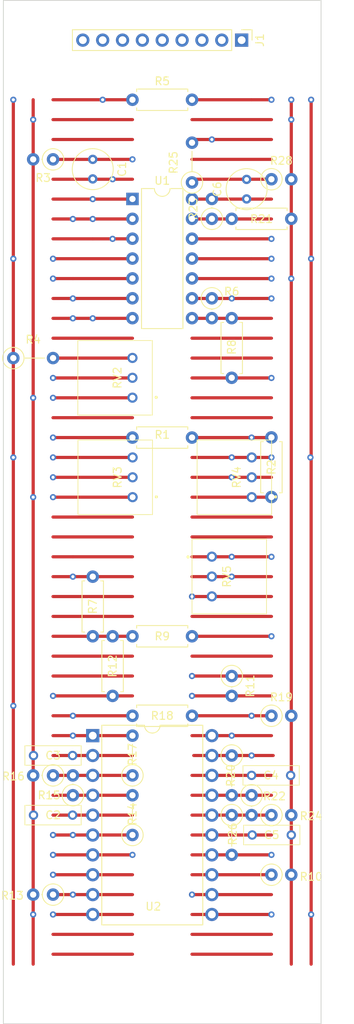
<source format=kicad_pcb>
(kicad_pcb (version 20211014) (generator pcbnew)
  (title_block (title "VCF-4P Prototype") (date "2022-03-27") (rev "1.0") (company "Len Popp") (comment 1 "Copyright © 2022 Len Popp CC BY") (comment 2 "4-pole lowpass VCF for Eurorack prototyping module"))
  (layers (0 "F.Cu" signal) (1 "In1.Cu" jumper "Wire1.Cu") (2 "In2.Cu" jumper "Wire2.Cu") (3 "In3.Cu" jumper "Wire3.Cu") (4 "In4.Cu" jumper "Wire4.Cu") (31 "B.Cu" signal) (34 "B.Paste" user) (35 "F.Paste" user) (36 "B.SilkS" user "B.Silkscreen") (37 "F.SilkS" user "F.Silkscreen") (38 "B.Mask" user) (39 "F.Mask" user) (44 "Edge.Cuts" user))
  (net 0 "")
  (net 1 "+12V")
  (net 2 "GND")
  (net 3 "-12V")
  (net 4 "Net-(C1-Pad2)")
  (net 5 "BUS-GATE")
  (net 6 "BUS-CV")
  (net 8 "IN-OUT-1")
  (net 9 "IN-OUT-2")
  (net 10 "Net-(C2-Pad1)")
  (net 11 "Net-(C3-Pad1)")
  (net 12 "Net-(C4-Pad1)")
  (net 13 "Net-(C5-Pad1)")
  (net 15 "Net-(R1-Pad2)")
  (net 16 "Net-(R2-Pad1)")
  (net 17 "Net-(R1-Pad1)")
  (net 18 "Net-(R12-Pad1)")
  (net 19 "Net-(R6-Pad2)")
  (net 20 "Net-(R7-Pad1)")
  (net 21 "Net-(R8-Pad2)")
  (net 22 "Net-(R10-Pad1)")
  (net 23 "Net-(R11-Pad1)")
  (net 24 "Net-(R12-Pad2)")
  (net 25 "Net-(R14-Pad2)")
  (net 26 "Net-(R15-Pad2)")
  (net 27 "Net-(R17-Pad2)")
  (net 28 "Net-(R18-Pad2)")
  (net 29 "Net-(R20-Pad2)")
  (net 30 "Net-(R21-Pad1)")
  (net 31 "Net-(R22-Pad2)")
  (net 32 "Net-(C6-Pad1)")
  (net 33 "Net-(R26-Pad2)")
  (net 34 "Net-(R11-Pad2)")
  (net 35 "Net-(R4-Pad2)")
  (net 36 "Net-(RV5-Pad3)")
  (net 37 "Net-(C6-Pad2)")
  (net 38 "Net-(RV2-Pad2)")
  (footprint "Connector_PinHeader_2.54mm:PinHeader_1x09_P2.54mm_Vertical" (layer "F.Cu") (at 113.03 43.18 -90)
    (fp_text reference "J1" (at 0 -2.33 90) (layer "F.SilkS"))
    (fp_text value "Conn_01x09")
    (pad "1" thru_hole rect locked (at 0 0 270) (size 1.7 1.7) (drill 1) (layers *.Cu *.Mask) (net 3 "-12V"))
    (pad "2" thru_hole oval locked (at 0 2.54 270) (size 1.7 1.7) (drill 1) (layers *.Cu *.Mask) (net 2 "GND"))
    (pad "3" thru_hole oval locked (at 0 5.08 270) (size 1.7 1.7) (drill 1) (layers *.Cu *.Mask) (net 9 "IN-OUT-2"))
    (pad "4" thru_hole oval locked (at 0 7.62 270) (size 1.7 1.7) (drill 1) (layers *.Cu *.Mask) (net 8 "IN-OUT-1"))
    (pad "5" thru_hole oval locked (at 0 10.16 270) (size 1.7 1.7) (drill 1) (layers *.Cu *.Mask) (net 1 "+12V"))
    (pad "6" thru_hole oval locked (at 0 12.7 270) (size 1.7 1.7) (drill 1) (layers *.Cu *.Mask))
    (pad "7" thru_hole oval locked (at 0 15.24 270) (size 1.7 1.7) (drill 1) (layers *.Cu *.Mask))
    (pad "8" thru_hole oval locked (at 0 17.78 270) (size 1.7 1.7) (drill 1) (layers *.Cu *.Mask) (net 6 "BUS-CV"))
    (pad "9" thru_hole oval locked (at 0 20.32 270) (size 1.7 1.7) (drill 1) (layers *.Cu *.Mask) (net 5 "BUS-GATE"))
  )
  (footprint "-lmp-misc:C_Rect_Kemet_L7.2mm_W2.5mm_P5mm" (layer "F.Cu") (at 91.4 134.62 180)
    (fp_text reference "C3" (at 2.5 0) (layer "F.SilkS"))
    (fp_text value "1N" hide)
    (pad "1" thru_hole circle locked (at 0 0 180) (size 1.2 1.2) (drill 0.7) (layers *.Cu *.Mask) (net 11 "Net-(C3-Pad1)"))
    (pad "2" thru_hole circle locked (at 5 0 180) (size 1.2 1.2) (drill 0.7) (layers *.Cu *.Mask) (net 2 "GND"))
  )
  (footprint "-lmp-stripboard:SB_Gen_2" (layer "F.Cu") (at 83.82 83.82)
    (fp_text reference "R4" (at 2.54 -2.37) (layer "F.SilkS"))
    (fp_text value "100K")
    (pad "1" thru_hole circle locked (at 0 0) (size 1.6 1.6) (drill 0.8) (layers *.Cu *.Mask) (net 1 "+12V"))
    (pad "2" thru_hole oval locked (at 5.08 0) (size 1.6 1.6) (drill 0.8) (layers *.Cu *.Mask) (net 35 "Net-(R4-Pad2)"))
  )
  (footprint "-lmp-stripboard:SB_Gen_1" (layer "F.Cu") (at 88.9 137.16 180)
    (fp_text reference "R16" (at 5.08 -0.127) (layer "F.SilkS"))
    (fp_text value "200R")
    (pad "1" thru_hole circle locked (at 0 0 180) (size 1.6 1.6) (drill 0.8) (layers *.Cu *.Mask) (net 26 "Net-(R15-Pad2)"))
    (pad "2" thru_hole oval locked (at 2.54 0 180) (size 1.6 1.6) (drill 0.8) (layers *.Cu *.Mask) (net 2 "GND"))
  )
  (footprint "-lmp-stripboard:SB_Gen_1" (layer "F.Cu") (at 116.84 60.96)
    (fp_text reference "R28" (at 1.27 -2.37) (layer "F.SilkS"))
    (fp_text value "100K")
    (pad "1" thru_hole circle locked (at 0 0) (size 1.6 1.6) (drill 0.8) (layers *.Cu *.Mask) (net 37 "Net-(C6-Pad2)"))
    (pad "2" thru_hole oval locked (at 2.54 0) (size 1.6 1.6) (drill 0.8) (layers *.Cu *.Mask) (net 2 "GND"))
  )
  (footprint "-lmp-misc:C_Radial_D5.0mm_H5.0mm_P2.50mm" (layer "F.Cu") (at 113.665 63.48 90)
    (fp_text reference "C6" (at 1.25 -3.75 90) (layer "F.SilkS"))
    (fp_text value "10U")
    (pad "1" thru_hole circle locked (at 0 0 90) (size 1.2 1.2) (drill 0.6) (layers *.Cu *.Mask) (net 32 "Net-(C6-Pad1)"))
    (pad "2" thru_hole circle locked (at 2.5 0 90) (size 1.2 1.2) (drill 0.6) (layers *.Cu *.Mask) (net 37 "Net-(C6-Pad2)"))
  )
  (footprint "-lmp-misc:R_Axial_DIN0207_L6.3mm_D2.5mm_P7.62mm_Horizontal" (layer "F.Cu") (at 99.06 119.38)
    (fp_text reference "R9" (at 3.81 0) (layer "F.SilkS"))
    (fp_text value "30K")
    (pad "1" thru_hole circle locked (at 0 0) (size 1.6 1.6) (drill 0.8) (layers *.Cu *.Mask) (net 18 "Net-(R12-Pad1)"))
    (pad "2" thru_hole oval locked (at 7.62 0) (size 1.6 1.6) (drill 0.8) (layers *.Cu *.Mask) (net 22 "Net-(R10-Pad1)"))
  )
  (footprint "Package_DIP:DIP-14_W7.62mm" (layer "F.Cu") (at 99.06 63.48)
    (fp_text reference "U1" (at 3.81 -2.33) (layer "F.SilkS"))
    (fp_text value "TL074")
    (pad "1" thru_hole rect (at 0 0) (size 1.6 1.6) (drill 0.8) (layers *.Cu *.Mask) (net 20 "Net-(R7-Pad1)"))
    (pad "2" thru_hole oval (at 0 2.54) (size 1.6 1.6) (drill 0.8) (layers *.Cu *.Mask) (net 20 "Net-(R7-Pad1)"))
    (pad "3" thru_hole oval (at 0 5.08) (size 1.6 1.6) (drill 0.8) (layers *.Cu *.Mask) (net 4 "Net-(C1-Pad2)"))
    (pad "4" thru_hole oval (at 0 7.62) (size 1.6 1.6) (drill 0.8) (layers *.Cu *.Mask) (net 1 "+12V"))
    (pad "5" thru_hole oval (at 0 10.16) (size 1.6 1.6) (drill 0.8) (layers *.Cu *.Mask) (net 38 "Net-(RV2-Pad2)"))
    (pad "6" thru_hole oval (at 0 12.7) (size 1.6 1.6) (drill 0.8) (layers *.Cu *.Mask) (net 23 "Net-(R11-Pad1)"))
    (pad "7" thru_hole oval (at 0 15.24) (size 1.6 1.6) (drill 0.8) (layers *.Cu *.Mask) (net 23 "Net-(R11-Pad1)"))
    (pad "8" thru_hole oval (at 7.62 15.24) (size 1.6 1.6) (drill 0.8) (layers *.Cu *.Mask) (net 19 "Net-(R6-Pad2)"))
    (pad "9" thru_hole oval (at 7.62 12.7) (size 1.6 1.6) (drill 0.8) (layers *.Cu *.Mask) (net 15 "Net-(R1-Pad2)"))
    (pad "10" thru_hole oval (at 7.62 10.16) (size 1.6 1.6) (drill 0.8) (layers *.Cu *.Mask) (net 2 "GND"))
    (pad "11" thru_hole oval (at 7.62 7.62) (size 1.6 1.6) (drill 0.8) (layers *.Cu *.Mask) (net 3 "-12V"))
    (pad "12" thru_hole oval (at 7.62 5.08) (size 1.6 1.6) (drill 0.8) (layers *.Cu *.Mask) (net 33 "Net-(R26-Pad2)"))
    (pad "13" thru_hole oval (at 7.62 2.54) (size 1.6 1.6) (drill 0.8) (layers *.Cu *.Mask) (net 30 "Net-(R21-Pad1)"))
    (pad "14" thru_hole oval (at 7.62 0) (size 1.6 1.6) (drill 0.8) (layers *.Cu *.Mask) (net 32 "Net-(C6-Pad1)"))
  )
  (footprint "-lmp-stripboard:SB_Gen_2" (layer "F.Cu") (at 106.68 61.37 90)
    (fp_text reference "R25" (at 2.54 -2.37 90) (layer "F.SilkS"))
    (fp_text value "1K")
    (pad "1" thru_hole circle locked (at 0 0 90) (size 1.6 1.6) (drill 0.8) (layers *.Cu *.Mask) (net 37 "Net-(C6-Pad2)"))
    (pad "2" thru_hole oval locked (at 5.08 0 90) (size 1.6 1.6) (drill 0.8) (layers *.Cu *.Mask) (net 9 "IN-OUT-2"))
  )
  (footprint "-lmp-misc:R_Axial_DIN0207_L6.3mm_D2.5mm_P7.62mm_Horizontal" (layer "F.Cu") (at 111.76 78.72 -90)
    (fp_text reference "R8" (at 3.703 0 90) (layer "F.SilkS"))
    (fp_text value "47K")
    (pad "1" thru_hole circle locked (at 0 0 270) (size 1.6 1.6) (drill 0.8) (layers *.Cu *.Mask) (net 19 "Net-(R6-Pad2)"))
    (pad "2" thru_hole oval locked (at 7.62 0 270) (size 1.6 1.6) (drill 0.8) (layers *.Cu *.Mask) (net 21 "Net-(R8-Pad2)"))
  )
  (footprint "-lmp-misc:R_Axial_DIN0207_L6.3mm_D2.5mm_P7.62mm_Horizontal" (layer "F.Cu") (at 116.84 101.58 90)
    (fp_text reference "R2" (at 3.81 0 90) (layer "F.SilkS"))
    (fp_text value "160K")
    (pad "1" thru_hole circle locked (at 0 0 90) (size 1.6 1.6) (drill 0.8) (layers *.Cu *.Mask) (net 16 "Net-(R2-Pad1)"))
    (pad "2" thru_hole oval locked (at 7.62 0 90) (size 1.6 1.6) (drill 0.8) (layers *.Cu *.Mask) (net 15 "Net-(R1-Pad2)"))
  )
  (footprint "-lmp-misc:Potentiometer_Bourns_3310R_Top" (layer "F.Cu") (at 97.135 86.34 -90)
    (fp_text reference "RV2" (at 0 0 90) (layer "F.SilkS"))
    (fp_text value "100K" hide)
    (pad "1" thru_hole circle (at 2.54 -1.925 270) (size 1.302857 1.302857) (drill 0.76) (layers *.Cu *.Mask) (net 2 "GND"))
    (pad "2" thru_hole circle (at 0 -1.925 270) (size 1.302857 1.302857) (drill 0.76) (layers *.Cu *.Mask) (net 38 "Net-(RV2-Pad2)"))
    (pad "3" thru_hole circle (at -2.54 -1.925 270) (size 1.302857 1.302857) (drill 0.76) (layers *.Cu *.Mask) (net 35 "Net-(R4-Pad2)"))
  )
  (footprint "-lmp-stripboard:SB_Gen_1" (layer "F.Cu") (at 109.22 66.02 90)
    (fp_text reference "R23" (at 1.27 -2.37 90) (layer "F.SilkS"))
    (fp_text value "160K")
    (pad "1" thru_hole circle locked (at 0 0 90) (size 1.6 1.6) (drill 0.8) (layers *.Cu *.Mask) (net 30 "Net-(R21-Pad1)"))
    (pad "2" thru_hole oval locked (at 2.54 0 90) (size 1.6 1.6) (drill 0.8) (layers *.Cu *.Mask) (net 32 "Net-(C6-Pad1)"))
  )
  (footprint "-lmp-misc:R_Axial_DIN0207_L6.3mm_D2.5mm_P7.62mm_Horizontal" (layer "F.Cu") (at 99.06 50.8)
    (fp_text reference "R5" (at 3.81 -2.37) (layer "F.SilkS"))
    (fp_text value "100K")
    (pad "1" thru_hole circle locked (at 0 0) (size 1.6 1.6) (drill 0.8) (layers *.Cu *.Mask) (net 6 "BUS-CV"))
    (pad "2" thru_hole oval locked (at 7.62 0) (size 1.6 1.6) (drill 0.8) (layers *.Cu *.Mask) (net 15 "Net-(R1-Pad2)"))
  )
  (footprint "-lmp-stripboard:SB_Gen_1" (layer "F.Cu") (at 111.76 124.46 -90)
    (fp_text reference "R11" (at 1.27 -2.37 90) (layer "F.SilkS"))
    (fp_text value "20K")
    (pad "1" thru_hole circle locked (at 0 0 270) (size 1.6 1.6) (drill 0.8) (layers *.Cu *.Mask) (net 23 "Net-(R11-Pad1)"))
    (pad "2" thru_hole oval locked (at 2.54 0 270) (size 1.6 1.6) (drill 0.8) (layers *.Cu *.Mask) (net 34 "Net-(R11-Pad2)"))
  )
  (footprint "-lmp-stripboard:SB_Gen_1" (layer "F.Cu") (at 109.22 76.18 -90)
    (fp_text reference "R6" (at -0.869 -2.54 180) (layer "F.SilkS"))
    (fp_text value "100K")
    (pad "1" thru_hole circle locked (at 0 0 270) (size 1.6 1.6) (drill 0.8) (layers *.Cu *.Mask) (net 15 "Net-(R1-Pad2)"))
    (pad "2" thru_hole oval locked (at 2.54 0 270) (size 1.6 1.6) (drill 0.8) (layers *.Cu *.Mask) (net 19 "Net-(R6-Pad2)"))
  )
  (footprint "-lmp-misc:C_Rect_Kemet_L7.2mm_W2.5mm_P5mm" (layer "F.Cu") (at 114.3 137.16)
    (fp_text reference "C4" (at 2.5 0) (layer "F.SilkS"))
    (fp_text value "1N" hide)
    (pad "1" thru_hole circle locked (at 0 0) (size 1.2 1.2) (drill 0.7) (layers *.Cu *.Mask) (net 12 "Net-(C4-Pad1)"))
    (pad "2" thru_hole circle locked (at 5 0) (size 1.2 1.2) (drill 0.7) (layers *.Cu *.Mask) (net 2 "GND"))
  )
  (footprint "-lmp-stripboard:SB_Gen_1" (layer "F.Cu") (at 114.3 139.7 -90)
    (fp_text reference "R22" (at 0.127 -2.921 180) (layer "F.SilkS"))
    (fp_text value "10K")
    (pad "1" thru_hole circle locked (at 0 0 270) (size 1.6 1.6) (drill 0.8) (layers *.Cu *.Mask) (net 29 "Net-(R20-Pad2)"))
    (pad "2" thru_hole oval locked (at 2.54 0 270) (size 1.6 1.6) (drill 0.8) (layers *.Cu *.Mask) (net 31 "Net-(R22-Pad2)"))
  )
  (footprint "-lmp-stripboard:SB_Gen_1" (layer "F.Cu") (at 91.44 139.7 90)
    (fp_text reference "R15" (at 0 -3.048 180) (layer "F.SilkS"))
    (fp_text value "10K")
    (pad "1" thru_hole circle locked (at 0 0 90) (size 1.6 1.6) (drill 0.8) (layers *.Cu *.Mask) (net 25 "Net-(R14-Pad2)"))
    (pad "2" thru_hole oval locked (at 2.54 0 90) (size 1.6 1.6) (drill 0.8) (layers *.Cu *.Mask) (net 26 "Net-(R15-Pad2)"))
  )
  (footprint "-lmp-breakout:Breakout_DIP-20_W15.24mm" (layer "F.Cu") (at 93.98 132.08)
    (fp_text reference "U2" (at 7.747 21.844) (layer "F.SilkS"))
    (fp_text value "SSI2140")
    (pad "1" thru_hole rect (at 0 0) (size 1.7 1.7) (drill 1) (layers *.Cu *.Mask) (net 27 "Net-(R17-Pad2)"))
    (pad "2" thru_hole circle (at 0 2.54) (size 1.7 1.7) (drill 1) (layers *.Cu *.Mask) (net 11 "Net-(C3-Pad1)"))
    (pad "3" thru_hole circle (at 0 5.08) (size 1.7 1.7) (drill 1) (layers *.Cu *.Mask) (net 26 "Net-(R15-Pad2)"))
    (pad "4" thru_hole circle (at 0 7.62) (size 1.7 1.7) (drill 1) (layers *.Cu *.Mask) (net 25 "Net-(R14-Pad2)"))
    (pad "5" thru_hole circle (at 0 10.16) (size 1.7 1.7) (drill 1) (layers *.Cu *.Mask) (net 10 "Net-(C2-Pad1)"))
    (pad "6" thru_hole circle (at 0 12.7) (size 1.7 1.7) (drill 1) (layers *.Cu *.Mask) (net 24 "Net-(R12-Pad2)"))
    (pad "7" thru_hole circle (at 0 15.24) (size 1.7 1.7) (drill 1) (layers *.Cu *.Mask) (net 36 "Net-(RV5-Pad3)"))
    (pad "8" thru_hole circle (at 0 17.78) (size 1.7 1.7) (drill 1) (layers *.Cu *.Mask) (net 36 "Net-(RV5-Pad3)"))
    (pad "9" thru_hole circle (at 0 20.32) (size 1.7 1.7) (drill 1) (layers *.Cu *.Mask) (net 24 "Net-(R12-Pad2)"))
    (pad "10" thru_hole circle (at 0 22.86) (size 1.7 1.7) (drill 1) (layers *.Cu *.Mask) (net 2 "GND"))
    (pad "11" thru_hole circle (at 15.24 22.86) (size 1.7 1.7) (drill 1) (layers *.Cu *.Mask) (net 3 "-12V"))
    (pad "12" thru_hole circle (at 15.24 20.32) (size 1.7 1.7) (drill 1) (layers *.Cu *.Mask) (net 34 "Net-(R11-Pad2)"))
    (pad "13" thru_hole circle (at 15.24 17.78) (size 1.7 1.7) (drill 1) (layers *.Cu *.Mask) (net 22 "Net-(R10-Pad1)"))
    (pad "14" thru_hole circle (at 15.24 15.24) (size 1.7 1.7) (drill 1) (layers *.Cu *.Mask) (net 33 "Net-(R26-Pad2)"))
    (pad "15" thru_hole circle (at 15.24 12.7) (size 1.7 1.7) (drill 1) (layers *.Cu *.Mask) (net 13 "Net-(C5-Pad1)"))
    (pad "16" thru_hole circle (at 15.24 10.16) (size 1.7 1.7) (drill 1) (layers *.Cu *.Mask) (net 31 "Net-(R22-Pad2)"))
    (pad "17" thru_hole circle (at 15.24 7.62) (size 1.7 1.7) (drill 1) (layers *.Cu *.Mask) (net 29 "Net-(R20-Pad2)"))
    (pad "18" thru_hole circle (at 15.24 5.08) (size 1.7 1.7) (drill 1) (layers *.Cu *.Mask) (net 12 "Net-(C4-Pad1)"))
    (pad "19" thru_hole circle (at 15.24 2.54) (size 1.7 1.7) (drill 1) (layers *.Cu *.Mask) (net 28 "Net-(R18-Pad2)"))
    (pad "20" thru_hole circle (at 15.24 0) (size 1.7 1.7) (drill 1) (layers *.Cu *.Mask) (net 1 "+12V"))
  )
  (footprint "-lmp-misc:Potentiometer_Bourns_3310R_Top" (layer "F.Cu") (at 111.145 111.74 90)
    (fp_text reference "RV5" (at 0 0 90) (layer "F.SilkS"))
    (fp_text value "10K" hide)
    (pad "1" thru_hole circle (at 2.54 -1.925 90) (size 1.302857 1.302857) (drill 0.76) (layers *.Cu *.Mask) (net 21 "Net-(R8-Pad2)"))
    (pad "2" thru_hole circle (at 0 -1.925 90) (size 1.302857 1.302857) (drill 0.76) (layers *.Cu *.Mask) (net 21 "Net-(R8-Pad2)"))
    (pad "3" thru_hole circle (at -2.54 -1.925 90) (size 1.302857 1.302857) (drill 0.76) (layers *.Cu *.Mask) (net 36 "Net-(RV5-Pad3)"))
  )
  (footprint "-lmp-stripboard:SB_Gen_1" (layer "F.Cu") (at 88.9 152.4 180)
    (fp_text reference "R13" (at 5.207 -0.127) (layer "F.SilkS"))
    (fp_text value "200R")
    (pad "1" thru_hole circle locked (at 0 0 180) (size 1.6 1.6) (drill 0.8) (layers *.Cu *.Mask) (net 24 "Net-(R12-Pad2)"))
    (pad "2" thru_hole oval locked (at 2.54 0 180) (size 1.6 1.6) (drill 0.8) (layers *.Cu *.Mask) (net 2 "GND"))
  )
  (footprint "-lmp-stripboard:SB_Gen_1" (layer "F.Cu") (at 116.84 142.24)
    (fp_text reference "R24" (at 5.08 0.127) (layer "F.SilkS"))
    (fp_text value "200R")
    (pad "1" thru_hole circle locked (at 0 0) (size 1.6 1.6) (drill 0.8) (layers *.Cu *.Mask) (net 31 "Net-(R22-Pad2)"))
    (pad "2" thru_hole oval locked (at 2.54 0) (size 1.6 1.6) (drill 0.8) (layers *.Cu *.Mask) (net 2 "GND"))
  )
  (footprint "-lmp-stripboard:SB_Gen_2" (layer "F.Cu") (at 111.76 134.62 -90)
    (fp_text reference "R20" (at 2.54 0.127 90) (layer "F.SilkS"))
    (fp_text value "10K")
    (pad "1" thru_hole circle locked (at 0 0 270) (size 1.6 1.6) (drill 0.8) (layers *.Cu *.Mask) (net 28 "Net-(R18-Pad2)"))
    (pad "2" thru_hole oval locked (at 5.08 0 270) (size 1.6 1.6) (drill 0.8) (layers *.Cu *.Mask) (net 29 "Net-(R20-Pad2)"))
  )
  (footprint "-lmp-stripboard:SB_Gen_2" (layer "F.Cu") (at 99.06 137.16 90)
    (fp_text reference "R17" (at 2.675 0 90) (layer "F.SilkS"))
    (fp_text value "10K")
    (pad "1" thru_hole circle locked (at 0 0 90) (size 1.6 1.6) (drill 0.8) (layers *.Cu *.Mask) (net 26 "Net-(R15-Pad2)"))
    (pad "2" thru_hole oval locked (at 5.08 0 90) (size 1.6 1.6) (drill 0.8) (layers *.Cu *.Mask) (net 27 "Net-(R17-Pad2)"))
  )
  (footprint "-lmp-misc:C_Rect_Kemet_L7.2mm_W2.5mm_P5mm" (layer "F.Cu") (at 114.38 144.78)
    (fp_text reference "C5" (at 2.5 0) (layer "F.SilkS"))
    (fp_text value "1N" hide)
    (pad "1" thru_hole circle locked (at 0 0) (size 1.2 1.2) (drill 0.7) (layers *.Cu *.Mask) (net 13 "Net-(C5-Pad1)"))
    (pad "2" thru_hole circle locked (at 5 0) (size 1.2 1.2) (drill 0.7) (layers *.Cu *.Mask) (net 2 "GND"))
  )
  (footprint "-lmp-stripboard:SB_Gen_1" (layer "F.Cu") (at 116.84 149.86)
    (fp_text reference "R10" (at 5.08 0.254) (layer "F.SilkS"))
    (fp_text value "1K")
    (pad "1" thru_hole circle locked (at 0 0) (size 1.6 1.6) (drill 0.8) (layers *.Cu *.Mask) (net 22 "Net-(R10-Pad1)"))
    (pad "2" thru_hole oval locked (at 2.54 0) (size 1.6 1.6) (drill 0.8) (layers *.Cu *.Mask) (net 2 "GND"))
  )
  (footprint "-lmp-stripboard:SB_Gen_1" (layer "F.Cu") (at 116.84 129.54)
    (fp_text reference "R19" (at 1.27 -2.37) (layer "F.SilkS"))
    (fp_text value "200R")
    (pad "1" thru_hole circle locked (at 0 0) (size 1.6 1.6) (drill 0.8) (layers *.Cu *.Mask) (net 28 "Net-(R18-Pad2)"))
    (pad "2" thru_hole oval locked (at 2.54 0) (size 1.6 1.6) (drill 0.8) (layers *.Cu *.Mask) (net 2 "GND"))
  )
  (footprint "-lmp-stripboard:SB_Gen_2" (layer "F.Cu") (at 99.06 144.78 90)
    (fp_text reference "R14" (at 2.675 0 90) (layer "F.SilkS"))
    (fp_text value "10K")
    (pad "1" thru_hole circle locked (at 0 0 90) (size 1.6 1.6) (drill 0.8) (layers *.Cu *.Mask) (net 24 "Net-(R12-Pad2)"))
    (pad "2" thru_hole oval locked (at 5.08 0 90) (size 1.6 1.6) (drill 0.8) (layers *.Cu *.Mask) (net 25 "Net-(R14-Pad2)"))
  )
  (footprint "-lmp-misc:C_Rect_Kemet_L7.2mm_W2.5mm_P5mm" (layer "F.Cu") (at 91.4 142.24 180)
    (fp_text reference "C2" (at 2.5 0) (layer "F.SilkS"))
    (fp_text value "1N" hide)
    (pad "1" thru_hole circle locked (at 0 0 180) (size 1.2 1.2) (drill 0.7) (layers *.Cu *.Mask) (net 10 "Net-(C2-Pad1)"))
    (pad "2" thru_hole circle locked (at 5 0 180) (size 1.2 1.2) (drill 0.7) (layers *.Cu *.Mask) (net 2 "GND"))
  )
  (footprint "-lmp-misc:Potentiometer_Bourns_3310R_Top" (layer "F.Cu") (at 97.155 99.06 -90)
    (fp_text reference "RV3" (at 0 0 90) (layer "F.SilkS"))
    (fp_text value "100K" hide)
    (pad "1" thru_hole circle (at 2.54 -1.925 270) (size 1.302857 1.302857) (drill 0.76) (layers *.Cu *.Mask) (net 2 "GND"))
    (pad "2" thru_hole circle (at 0 -1.925 270) (size 1.302857 1.302857) (drill 0.76) (layers *.Cu *.Mask) (net 17 "Net-(R1-Pad1)"))
    (pad "3" thru_hole circle (at -2.54 -1.925 270) (size 1.302857 1.302857) (drill 0.76) (layers *.Cu *.Mask) (net 1 "+12V"))
  )
  (footprint "-lmp-misc:Potentiometer_Bourns_3310R_Top" (layer "F.Cu") (at 112.395 99.06 -90)
    (fp_text reference "RV4" (at 0 0 90) (layer "F.SilkS"))
    (fp_text value "10K" hide)
    (pad "1" thru_hole circle (at 2.54 -1.925 270) (size 1.302857 1.302857) (drill 0.76) (layers *.Cu *.Mask) (net 16 "Net-(R2-Pad1)"))
    (pad "2" thru_hole circle (at 0 -1.925 270) (size 1.302857 1.302857) (drill 0.76) (layers *.Cu *.Mask) (net 3 "-12V"))
    (pad "3" thru_hole circle (at -2.54 -1.925 270) (size 1.302857 1.302857) (drill 0.76) (layers *.Cu *.Mask) (net 3 "-12V"))
  )
  (footprint "-lmp-misc:R_Axial_DIN0207_L6.3mm_D2.5mm_P7.62mm_Horizontal" (layer "F.Cu") (at 96.52 119.38 -90)
    (fp_text reference "R12" (at 3.81 0 90) (layer "F.SilkS"))
    (fp_text value "10K")
    (pad "1" thru_hole circle locked (at 0 0 270) (size 1.6 1.6) (drill 0.8) (layers *.Cu *.Mask) (net 18 "Net-(R12-Pad1)"))
    (pad "2" thru_hole oval locked (at 7.62 0 270) (size 1.6 1.6) (drill 0.8) (layers *.Cu *.Mask) (net 24 "Net-(R12-Pad2)"))
  )
  (footprint "-lmp-misc:R_Axial_DIN0207_L6.3mm_D2.5mm_P7.62mm_Horizontal" (layer "F.Cu") (at 93.98 111.76 -90)
    (fp_text reference "R7" (at 3.81 0 90) (layer "F.SilkS"))
    (fp_text value "36K")
    (pad "1" thru_hole circle locked (at 0 0 270) (size 1.6 1.6) (drill 0.8) (layers *.Cu *.Mask) (net 20 "Net-(R7-Pad1)"))
    (pad "2" thru_hole oval locked (at 7.62 0 270) (size 1.6 1.6) (drill 0.8) (layers *.Cu *.Mask) (net 18 "Net-(R12-Pad1)"))
  )
  (footprint "-lmp-misc:R_Axial_DIN0207_L6.3mm_D2.5mm_P7.62mm_Horizontal" (layer "F.Cu") (at 111.76 66.02)
    (fp_text reference "R21" (at 3.81 0.02) (layer "F.SilkS"))
    (fp_text value "30K")
    (pad "1" thru_hole circle locked (at 0 0) (size 1.6 1.6) (drill 0.8) (layers *.Cu *.Mask) (net 30 "Net-(R21-Pad1)"))
    (pad "2" thru_hole oval locked (at 7.62 0) (size 1.6 1.6) (drill 0.8) (layers *.Cu *.Mask) (net 2 "GND"))
  )
  (footprint "-lmp-misc:C_Radial_D5.0mm_H5.0mm_P2.50mm" (layer "F.Cu") (at 93.98 58.42 -90)
    (fp_text reference "C1" (at 1.25 -3.75 90) (layer "F.SilkS"))
    (fp_text value "10U")
    (pad "1" thru_hole circle locked (at 0 0 270) (size 1.2 1.2) (drill 0.6) (layers *.Cu *.Mask) (net 8 "IN-OUT-1"))
    (pad "2" thru_hole circle locked (at 2.5 0 270) (size 1.2 1.2) (drill 0.6) (layers *.Cu *.Mask) (net 4 "Net-(C1-Pad2)"))
  )
  (footprint "-lmp-stripboard:SB_Gen_2" (layer "F.Cu") (at 111.76 142.24 -90)
    (fp_text reference "R26" (at 2.413 -0.127 90) (layer "F.SilkS"))
    (fp_text value "10K")
    (pad "1" thru_hole circle locked (at 0 0 270) (size 1.6 1.6) (drill 0.8) (layers *.Cu *.Mask) (net 31 "Net-(R22-Pad2)"))
    (pad "2" thru_hole oval locked (at 5.08 0 270) (size 1.6 1.6) (drill 0.8) (layers *.Cu *.Mask) (net 33 "Net-(R26-Pad2)"))
  )
  (footprint "-lmp-misc:R_Axial_DIN0207_L6.3mm_D2.5mm_P7.62mm_Horizontal" (layer "F.Cu") (at 99.06 129.54)
    (fp_text reference "R18" (at 3.81 0) (layer "F.SilkS"))
    (fp_text value "10K")
    (pad "1" thru_hole circle locked (at 0 0) (size 1.6 1.6) (drill 0.8) (layers *.Cu *.Mask) (net 27 "Net-(R17-Pad2)"))
    (pad "2" thru_hole oval locked (at 7.62 0) (size 1.6 1.6) (drill 0.8) (layers *.Cu *.Mask) (net 28 "Net-(R18-Pad2)"))
  )
  (footprint "-lmp-misc:R_Axial_DIN0207_L6.3mm_D2.5mm_P7.62mm_Horizontal" (layer "F.Cu") (at 99.06 93.98)
    (fp_text reference "R1" (at 3.81 -0.361) (layer "F.SilkS"))
    (fp_text value "100K")
    (pad "1" thru_hole circle locked (at 0 0) (size 1.6 1.6) (drill 0.8) (layers *.Cu *.Mask) (net 17 "Net-(R1-Pad1)"))
    (pad "2" thru_hole oval locked (at 7.62 0) (size 1.6 1.6) (drill 0.8) (layers *.Cu *.Mask) (net 15 "Net-(R1-Pad2)"))
  )
  (footprint "-lmp-stripboard:SB_Gen_1" (layer "F.Cu") (at 88.9 58.42 180)
    (fp_text reference "R3" (at 1.27 -2.37) (layer "F.SilkS"))
    (fp_text value "100K")
    (pad "1" thru_hole circle locked (at 0 0 180) (size 1.6 1.6) (drill 0.8) (layers *.Cu *.Mask) (net 8 "IN-OUT-1"))
    (pad "2" thru_hole oval locked (at 2.54 0 180) (size 1.6 1.6) (drill 0.8) (layers *.Cu *.Mask) (net 2 "GND"))
  )
  (gr_line (start 123.19 168.91) (end 82.55 168.91) (layer "Edge.Cuts") (width 0.1))
  (gr_line (start 123.19 38.1) (end 123.19 168.91) (layer "Edge.Cuts") (width 0.1))
  (gr_line (start 82.55 168.91) (end 82.55 38.1) (layer "Edge.Cuts") (width 0.1))
  (gr_line (start 82.55 38.1) (end 123.19 38.1) (layer "Edge.Cuts") (width 0.1))
  (segment (start 99.06 104.14) (end 88.9 104.14) (width 0.4064) (layer "F.Cu") (net 0))
  (segment (start 116.84 104.14) (end 106.68 104.14) (width 0.4064) (layer "F.Cu") (net 0))
  (segment (start 99.06 81.28) (end 88.9 81.28) (width 0.4064) (layer "F.Cu") (net 0))
  (segment (start 99.06 53.34) (end 88.9 53.34) (width 0.4064) (layer "F.Cu") (net 0))
  (segment (start 99.06 114.3) (end 88.9 114.3) (width 0.4064) (layer "F.Cu") (net 0))
  (segment (start 99.06 116.84) (end 88.9 116.84) (width 0.4064) (layer "F.Cu") (net 0))
  (segment (start 99.06 109.22) (end 91.44 109.22) (width 0.4064) (layer "F.Cu") (net 0))
  (segment (start 116.84 91.44) (end 106.68 91.44) (width 0.4064) (layer "F.Cu") (net 0))
  (segment (start 99.06 55.88) (end 88.9 55.88) (width 0.4064) (layer "F.Cu") (net 0))
  (segment (start 116.84 106.68) (end 106.68 106.68) (width 0.4064) (layer "F.Cu") (net 0))
  (segment (start 99.06 106.68) (end 88.9 106.68) (width 0.4064) (layer "F.Cu") (net 0))
  (segment (start 99.06 91.44) (end 88.9 91.44) (width 0.4064) (layer "F.Cu") (net 0))
  (segment (start 116.84 53.34) (end 106.68 53.34) (width 0.4064) (layer "F.Cu") (net 0))
  (segment (start 116.84 58.42) (end 106.68 58.42) (width 0.4064) (layer "F.Cu") (net 0))
  (segment (start 116.84 83.82) (end 106.68 83.82) (width 0.4064) (layer "F.Cu") (net 0))
  (segment (start 116.84 116.84) (end 106.68 116.84) (width 0.4064) (layer "F.Cu") (net 0))
  (segment (start 116.84 81.28) (end 106.68 81.28) (width 0.4064) (layer "F.Cu") (net 0))
  (segment (start 116.84 88.9) (end 106.68 88.9) (width 0.4064) (layer "F.Cu") (net 0))
  (segment (start 99.06 121.92) (end 88.9 121.92) (width 0.4064) (layer "F.Cu") (net 0))
  (segment (start 99.06 124.46) (end 88.9 124.46) (width 0.4064) (layer "F.Cu") (net 0))
  (segment (start 99.06 157.48) (end 88.9 157.48) (width 0.4064) (layer "F.Cu") (net 0))
  (segment (start 99.06 160.02) (end 88.9 160.02) (width 0.4064) (layer "F.Cu") (net 0))
  (segment (start 116.84 160.02) (end 106.68 160.02) (width 0.4064) (layer "F.Cu") (net 0))
  (segment (start 116.84 157.48) (end 106.68 157.48) (width 0.4064) (layer "F.Cu") (net 0))
  (segment (start 116.84 121.92) (end 106.68 121.92) (width 0.4064) (layer "F.Cu") (net 0))
  (segment (start 91.44 109.22) (end 88.9 109.22) (width 0.4064) (layer "F.Cu") (net 0))
  (segment (start 99.06 96.52) (end 88.9 96.52) (width 0.4064) (layer "F.Cu") (net 1))
  (segment (start 99.06 71.12) (end 88.9 71.12) (width 0.4064) (layer "F.Cu") (net 1))
  (segment (start 116.84 132.08) (end 114.3 132.08) (width 0.4064) (layer "F.Cu") (net 1))
  (segment (start 83.82 83.82) (end 83.82 96.52) (width 0.4064) (layer "F.Cu") (net 1))
  (segment (start 83.82 128.27) (end 83.82 161.29) (width 0.4064) (layer "F.Cu") (net 1))
  (segment (start 83.82 96.52) (end 83.82 128.27) (width 0.4064) (layer "F.Cu") (net 1))
  (segment (start 83.82 71.12) (end 83.82 83.82) (width 0.4064) (layer "F.Cu") (net 1))
  (segment (start 114.3 132.08) (end 106.68 132.08) (width 0.4064) (layer "F.Cu") (net 1))
  (segment (start 83.82 50.8) (end 83.82 71.12) (width 0.4064) (layer "F.Cu") (net 1))
  (via (at 83.82 50.8) (size 0.8) (drill 0.4) (layers "F.Cu" "B.Cu") (net 1))
  (via (at 83.82 128.27) (size 0.8) (drill 0.4) (layers "F.Cu" "B.Cu") (net 1))
  (via (at 111.76 132.08) (size 0.8) (drill 0.4) (layers "F.Cu" "B.Cu") (net 1))
  (via (at 83.82 71.12) (size 0.8) (drill 0.4) (layers "F.Cu" "B.Cu") (net 1))
  (via (at 83.82 96.52) (size 0.8) (drill 0.4) (layers "F.Cu" "B.Cu") (net 1))
  (via (at 88.9 96.52) (size 0.8) (drill 0.4) (layers "F.Cu" "B.Cu") (net 1))
  (via (at 88.9 71.12) (size 0.8) (drill 0.4) (layers "F.Cu" "B.Cu") (net 1))
  (segment (start 99.06 88.9) (end 88.9 88.9) (width 0.4064) (layer "F.Cu") (net 2))
  (segment (start 99.06 101.6) (end 88.9 101.6) (width 0.4064) (layer "F.Cu") (net 2))
  (segment (start 116.84 73.66) (end 106.68 73.66) (width 0.4064) (layer "F.Cu") (net 2))
  (segment (start 86.36 88.9) (end 86.36 101.6) (width 0.4064) (layer "F.Cu") (net 2))
  (segment (start 119.38 53.34) (end 119.38 73.66) (width 0.4064) (layer "F.Cu") (net 2))
  (segment (start 86.36 154.94) (end 86.36 161.29) (width 0.4064) (layer "F.Cu") (net 2))
  (segment (start 119.38 50.76) (end 119.38 50.8) (width 0.4064) (layer "F.Cu") (net 2))
  (segment (start 99.06 154.94) (end 88.9 154.94) (width 0.4064) (layer "F.Cu") (net 2))
  (segment (start 86.36 101.6) (end 86.36 154.94) (width 0.4064) (layer "F.Cu") (net 2))
  (segment (start 86.36 73.66) (end 86.36 88.9) (width 0.4064) (layer "F.Cu") (net 2))
  (segment (start 119.38 73.66) (end 119.38 161.29) (width 0.4064) (layer "F.Cu") (net 2))
  (segment (start 119.38 50.8) (end 119.38 53.34) (width 0.4064) (layer "F.Cu") (net 2))
  (segment (start 86.36 50.8) (end 86.36 73.66) (width 0.4064) (layer "F.Cu") (net 2))
  (via (at 86.36 88.9) (size 0.8) (drill 0.4) (layers "F.Cu" "B.Cu") (net 2))
  (via (at 116.84 73.66) (size 0.8) (drill 0.4) (layers "F.Cu" "B.Cu") (net 2))
  (via (at 119.38 53.34) (size 0.8) (drill 0.4) (layers "F.Cu" "B.Cu") (net 2))
  (via (at 119.38 73.66) (size 0.8) (drill 0.4) (layers "F.Cu" "B.Cu") (net 2))
  (via (at 88.9 154.94) (size 0.8) (drill 0.4) (layers "F.Cu" "B.Cu") (net 2))
  (via (at 86.36 101.6) (size 0.8) (drill 0.4) (layers "F.Cu" "B.Cu") (net 2))
  (via (at 86.36 53.34) (size 0.8) (drill 0.4) (layers "F.Cu" "B.Cu") (net 2))
  (via (at 88.9 101.6) (size 0.8) (drill 0.4) (layers "F.Cu" "B.Cu") (net 2))
  (via (at 86.36 154.94) (size 0.8) (drill 0.4) (layers "F.Cu" "B.Cu") (net 2))
  (via (at 119.38 50.8) (size 0.8) (drill 0.4) (layers "F.Cu" "B.Cu") (net 2))
  (via (at 88.9 88.9) (size 0.8) (drill 0.4) (layers "F.Cu" "B.Cu") (net 2))
  (segment (start 116.84 99.06) (end 111.76 99.06) (width 0.4064) (layer "F.Cu") (net 3))
  (segment (start 116.84 96.52) (end 114.3 96.52) (width 0.4064) (layer "F.Cu") (net 3))
  (segment (start 114.3 71.12) (end 106.68 71.12) (width 0.4064) (layer "F.Cu") (net 3))
  (segment (start 116.84 154.94) (end 106.68 154.94) (width 0.4064) (layer "F.Cu") (net 3))
  (segment (start 121.92 50.8) (end 121.92 71.12) (width 0.4064) (layer "F.Cu") (net 3))
  (segment (start 111.76 99.06) (end 106.68 99.06) (width 0.4064) (layer "F.Cu") (net 3))
  (segment (start 116.84 71.12) (end 114.3 71.12) (width 0.4064) (layer "F.Cu") (net 3))
  (segment (start 111.76 96.52) (end 106.68 96.52) (width 0.4064) (layer "F.Cu") (net 3))
  (segment (start 121.92 71.12) (end 121.92 154.94) (width 0.4064) (layer "F.Cu") (net 3))
  (segment (start 121.92 154.94) (end 121.92 161.29) (width 0.4064) (layer "F.Cu") (net 3))
  (segment (start 114.3 96.52) (end 111.76 96.52) (width 0.4064) (layer "F.Cu") (net 3))
  (via (at 116.84 154.94) (size 0.8) (drill 0.4) (layers "F.Cu" "B.Cu") (net 3))
  (via (at 111.76 99.06) (size 0.8) (drill 0.4) (layers "F.Cu" "B.Cu") (net 3))
  (via (at 121.92 71.12) (size 0.8) (drill 0.4) (layers "F.Cu" "B.Cu") (net 3))
  (via (at 121.92 154.94) (size 0.8) (drill 0.4) (layers "F.Cu" "B.Cu") (net 3))
  (via (at 121.92 50.8) (size 0.8) (drill 0.4) (layers "F.Cu" "B.Cu") (net 3))
  (via (at 116.84 71.12) (size 0.8) (drill 0.4) (layers "F.Cu" "B.Cu") (net 3))
  (via (at 116.84 96.52) (size 0.8) (drill 0.4) (layers "F.Cu" "B.Cu") (net 3))
  (via (at 121.8285 96.52) (size 0.8) (drill 0.4) (layers "F.Cu" "B.Cu") (net 3))
  (via (at 111.76 96.52) (size 0.8) (drill 0.4) (layers "F.Cu" "B.Cu") (net 3))
  (segment (start 99.06 60.96) (end 96.52 60.96) (width 0.4064) (layer "F.Cu") (net 4))
  (segment (start 93.98 68.58) (end 88.9 68.58) (width 0.4064) (layer "F.Cu") (net 4))
  (segment (start 96.52 60.96) (end 88.9 60.96) (width 0.4064) (layer "F.Cu") (net 4))
  (segment (start 99.06 68.58) (end 96.52 68.58) (width 0.4064) (layer "F.Cu") (net 4))
  (segment (start 96.52 68.58) (end 93.98 68.58) (width 0.4064) (layer "F.Cu") (net 4))
  (via (at 96.52 68.58) (size 0.8) (drill 0.4) (layers "F.Cu" "B.Cu") (net 4))
  (via (at 96.52 60.96) (size 0.8) (drill 0.4) (layers "F.Cu" "B.Cu") (net 4))
  (segment (start 95.25 50.8) (end 88.9 50.8) (width 0.4064) (layer "F.Cu") (net 6))
  (segment (start 99.06 50.8) (end 95.25 50.8) (width 0.4064) (layer "F.Cu") (net 6))
  (via (at 95.25 50.8) (size 0.8) (drill 0.4) (layers "F.Cu" "B.Cu") (net 6))
  (segment (start 99.06 58.42) (end 88.9 58.42) (width 0.4064) (layer "F.Cu") (net 8))
  (via (at 99.06 58.42) (size 0.8) (drill 0.4) (layers "F.Cu" "B.Cu") (net 8))
  (segment (start 116.84 55.88) (end 109.22 55.88) (width 0.4064) (layer "F.Cu") (net 9))
  (segment (start 109.22 55.88) (end 106.68 55.88) (width 0.4064) (layer "F.Cu") (net 9))
  (via (at 109.22 55.88) (size 0.8) (drill 0.4) (layers "F.Cu" "B.Cu") (net 9))
  (segment (start 99.06 142.24) (end 88.9 142.24) (width 0.4064) (layer "F.Cu") (net 10))
  (segment (start 99.06 134.62) (end 88.9 134.62) (width 0.4064) (layer "F.Cu") (net 11))
  (segment (start 116.84 137.16) (end 106.68 137.16) (width 0.4064) (layer "F.Cu") (net 12))
  (segment (start 116.84 144.78) (end 106.68 144.78) (width 0.4064) (layer "F.Cu") (net 13))
  (segment (start 116.84 76.2) (end 114.3 76.2) (width 0.4064) (layer "F.Cu") (net 15))
  (segment (start 116.84 93.98) (end 106.68 93.98) (width 0.4064) (layer "F.Cu") (net 15))
  (segment (start 114.3 76.2) (end 106.68 76.2) (width 0.4064) (layer "F.Cu") (net 15))
  (segment (start 114.3 50.8) (end 106.68 50.8) (width 0.4064) (layer "F.Cu") (net 15))
  (segment (start 116.84 50.8) (end 114.3 50.8) (width 0.4064) (layer "F.Cu") (net 15))
  (via (at 114.3 93.98) (size 0.8) (drill 0.4) (layers "F.Cu" "B.Cu") (net 15))
  (via (at 111.76 76.2) (size 0.8) (drill 0.4) (layers "F.Cu" "B.Cu") (net 15))
  (via (at 116.84 50.8) (size 0.8) (drill 0.4) (layers "F.Cu" "B.Cu") (net 15))
  (via (at 116.84 76.2) (size 0.8) (drill 0.4) (layers "F.Cu" "B.Cu") (net 15))
  (segment (start 116.84 101.6) (end 106.68 101.6) (width 0.4064) (layer "F.Cu") (net 16))
  (segment (start 99.06 93.98) (end 88.9 93.98) (width 0.4064) (layer "F.Cu") (net 17))
  (segment (start 99.06 99.06) (end 88.9 99.06) (width 0.4064) (layer "F.Cu") (net 17))
  (via (at 88.9 99.06) (size 0.8) (drill 0.4) (layers "F.Cu" "B.Cu") (net 17))
  (via (at 88.9 93.98) (size 0.8) (drill 0.4) (layers "F.Cu" "B.Cu") (net 17))
  (segment (start 99.06 119.38) (end 88.9 119.38) (width 0.4064) (layer "F.Cu") (net 18))
  (segment (start 116.84 78.74) (end 106.68 78.74) (width 0.4064) (layer "F.Cu") (net 19))
  (segment (start 99.06 66.04) (end 93.98 66.04) (width 0.4064) (layer "F.Cu") (net 20))
  (segment (start 93.98 66.04) (end 88.9 66.04) (width 0.4064) (layer "F.Cu") (net 20))
  (segment (start 91.44 111.76) (end 88.9 111.76) (width 0.4064) (layer "F.Cu") (net 20))
  (segment (start 93.98 63.5) (end 88.9 63.5) (width 0.4064) (layer "F.Cu") (net 20))
  (segment (start 99.06 63.5) (end 93.98 63.5) (width 0.4064) (layer "F.Cu") (net 20))
  (segment (start 99.06 111.76) (end 91.44 111.76) (width 0.4064) (layer "F.Cu") (net 20))
  (via (at 93.98 66.04) (size 0.8) (drill 0.4) (layers "F.Cu" "B.Cu") (net 20))
  (via (at 91.44 111.76) (size 0.8) (drill 0.4) (layers "F.Cu" "B.Cu") (net 20))
  (via (at 93.98 63.5) (size 0.8) (drill 0.4) (layers "F.Cu" "B.Cu") (net 20))
  (via (at 91.44 66.04) (size 0.8) (drill 0.4) (layers "F.Cu" "B.Cu") (net 20))
  (segment (start 116.84 111.76) (end 111.76 111.76) (width 0.4064) (layer "F.Cu") (net 21))
  (segment (start 116.84 86.36) (end 106.68 86.36) (width 0.4064) (layer "F.Cu") (net 21))
  (segment (start 116.84 109.22) (end 111.76 109.22) (width 0.4064) (layer "F.Cu") (net 21))
  (segment (start 111.76 109.22) (end 106.68 109.22) (width 0.4064) (layer "F.Cu") (net 21))
  (segment (start 111.76 111.76) (end 106.68 111.76) (width 0.4064) (layer "F.Cu") (net 21))
  (via (at 116.84 109.22) (size 0.8) (drill 0.4) (layers "F.Cu" "B.Cu") (net 21))
  (via (at 111.76 111.76) (size 0.8) (drill 0.4) (layers "F.Cu" "B.Cu") (net 21))
  (via (at 116.84 86.36) (size 0.8) (drill 0.4) (layers "F.Cu" "B.Cu") (net 21))
  (via (at 111.76 109.22) (size 0.8) (drill 0.4) (layers "F.Cu" "B.Cu") (net 21))
  (segment (start 116.84 119.38) (end 106.68 119.38) (width 0.4064) (layer "F.Cu") (net 22))
  (segment (start 116.84 149.86) (end 106.68 149.86) (width 0.4064) (layer "F.Cu") (net 22))
  (via (at 116.84 119.38) (size 0.8) (drill 0.4) (layers "F.Cu" "B.Cu") (net 22))
  (segment (start 99.06 76.2) (end 88.9 76.2) (width 0.4064) (layer "F.Cu") (net 23))
  (segment (start 93.98 78.74) (end 88.9 78.74) (width 0.4064) (layer "F.Cu") (net 23))
  (segment (start 116.84 124.46) (end 106.68 124.46) (width 0.4064) (layer "F.Cu") (net 23))
  (segment (start 99.06 78.74) (end 93.98 78.74) (width 0.4064) (layer "F.Cu") (net 23))
  (via (at 91.44 76.2) (size 0.8) (drill 0.4) (layers "F.Cu" "B.Cu") (net 23))
  (via (at 106.68 124.46) (size 0.8) (drill 0.4) (layers "F.Cu" "B.Cu") (net 23))
  (via (at 91.44 78.74) (size 0.8) (drill 0.4) (layers "F.Cu" "B.Cu") (net 23))
  (via (at 93.98 78.74) (size 0.8) (drill 0.4) (layers "F.Cu" "B.Cu") (net 23))
  (segment (start 91.44 144.78) (end 88.9 144.78) (width 0.4064) (layer "F.Cu") (net 24))
  (segment (start 99.06 127) (end 88.9 127) (width 0.4064) (layer "F.Cu") (net 24))
  (segment (start 99.06 152.4) (end 91.44 152.4) (width 0.4064) (layer "F.Cu") (net 24))
  (segment (start 91.44 152.4) (end 88.9 152.4) (width 0.4064) (layer "F.Cu") (net 24))
  (segment (start 99.06 144.78) (end 91.44 144.78) (width 0.4064) (layer "F.Cu") (net 24))
  (via (at 91.44 144.78) (size 0.8) (drill 0.4) (layers "F.Cu" "B.Cu") (net 24))
  (via (at 88.9 127) (size 0.8) (drill 0.4) (layers "F.Cu" "B.Cu") (net 24))
  (via (at 88.9 144.78) (size 0.8) (drill 0.4) (layers "F.Cu" "B.Cu") (net 24))
  (via (at 91.44 152.4) (size 0.8) (drill 0.4) (layers "F.Cu" "B.Cu") (net 24))
  (segment (start 99.06 139.7) (end 88.9 139.7) (width 0.4064) (layer "F.Cu") (net 25))
  (segment (start 99.06 137.16) (end 88.9 137.16) (width 0.4064) (layer "F.Cu") (net 26))
  (segment (start 91.44 132.08) (end 88.9 132.08) (width 0.4064) (layer "F.Cu") (net 27))
  (segment (start 99.06 132.08) (end 91.44 132.08) (width 0.4064) (layer "F.Cu") (net 27))
  (segment (start 91.44 129.54) (end 88.9 129.54) (width 0.4064) (layer "F.Cu") (net 27))
  (segment (start 99.06 129.54) (end 91.44 129.54) (width 0.4064) (layer "F.Cu") (net 27))
  (via (at 91.44 129.54) (size 0.8) (drill 0.4) (layers "F.Cu" "B.Cu") (net 27))
  (via (at 91.44 132.08) (size 0.8) (drill 0.4) (layers "F.Cu" "B.Cu") (net 27))
  (segment (start 114.3 129.54) (end 106.68 129.54) (width 0.4064) (layer "F.Cu") (net 28))
  (segment (start 114.3 134.62) (end 106.905 134.62) (width 0.4064) (layer "F.Cu") (net 28))
  (segment (start 117.065 134.62) (end 114.3 134.62) (width 0.4064) (layer "F.Cu") (net 28))
  (segment (start 116.84 129.54) (end 114.3 129.54) (width 0.4064) (layer "F.Cu") (net 28))
  (via (at 114.3 134.62) (size 0.8) (drill 0.4) (layers "F.Cu" "B.Cu") (net 28))
  (via (at 114.3 129.54) (size 0.8) (drill 0.4) (layers "F.Cu" "B.Cu") (net 28))
  (segment (start 116.84 139.7) (end 106.68 139.7) (width 0.4064) (layer "F.Cu") (net 29))
  (segment (start 116.84 66.04) (end 106.68 66.04) (width 0.4064) (layer "F.Cu") (net 30))
  (segment (start 116.84 142.24) (end 106.68 142.24) (width 0.4064) (layer "F.Cu") (net 31))
  (segment (start 116.84 63.5) (end 106.68 63.5) (width 0.4064) (layer "F.Cu") (net 32))
  (segment (start 116.84 68.58) (end 106.68 68.58) (width 0.4064) (layer "F.Cu") (net 33))
  (segment (start 116.84 147.32) (end 106.68 147.32) (width 0.4064) (layer "F.Cu") (net 33))
  (via (at 116.84 68.58) (size 0.8) (drill 0.4) (layers "F.Cu" "B.Cu") (net 33))
  (via (at 116.84 147.32) (size 0.8) (drill 0.4) (layers "F.Cu" "B.Cu") (net 33))
  (segment (start 116.84 127) (end 106.68 127) (width 0.4064) (layer "F.Cu") (net 34))
  (segment (start 116.84 152.4) (end 106.68 152.4) (width 0.4064) (layer "F.Cu") (net 34))
  (via (at 106.68 127) (size 0.8) (drill 0.4) (layers "F.Cu" "B.Cu") (net 34))
  (via (at 106.68 152.4) (size 0.8) (drill 0.4) (layers "F.Cu" "B.Cu") (net 34))
  (segment (start 99.06 83.82) (end 88.9 83.82) (width 0.4064) (layer "F.Cu") (net 35))
  (segment (start 116.84 114.3) (end 106.68 114.3) (width 0.4064) (layer "F.Cu") (net 36))
  (segment (start 99.06 149.86) (end 88.9 149.86) (width 0.4064) (layer "F.Cu") (net 36))
  (segment (start 99.06 147.32) (end 88.9 147.32) (width 0.4064) (layer "F.Cu") (net 36))
  (via (at 106.68 114.3) (size 0.8) (drill 0.4) (layers "F.Cu" "B.Cu") (net 36))
  (via (at 88.9 149.86) (size 0.8) (drill 0.4) (layers "F.Cu" "B.Cu") (net 36))
  (via (at 99.06 147.32) (size 0.8) (drill 0.4) (layers "F.Cu" "B.Cu") (net 36))
  (via (at 88.9 147.32) (size 0.8) (drill 0.4) (layers "F.Cu" "B.Cu") (net 36))
  (segment (start 116.84 60.96) (end 106.68 60.96) (width 0.4064) (layer "F.Cu") (net 37))
  (segment (start 99.06 73.66) (end 91.44 73.66) (width 0.4064) (layer "F.Cu") (net 38))
  (segment (start 99.06 86.36) (end 91.44 86.36) (width 0.4064) (layer "F.Cu") (net 38))
  (segment (start 91.44 73.66) (end 88.9 73.66) (width 0.4064) (layer "F.Cu") (net 38))
  (segment (start 91.44 86.36) (end 88.9 86.36) (width 0.4064) (layer "F.Cu") (net 38))
  (via (at 88.9 86.36) (size 0.8) (drill 0.4) (layers "F.Cu" "B.Cu") (net 38))
  (via (at 88.9 73.66) (size 0.8) (drill 0.4) (layers "F.Cu" "B.Cu") (net 38))
)
</source>
